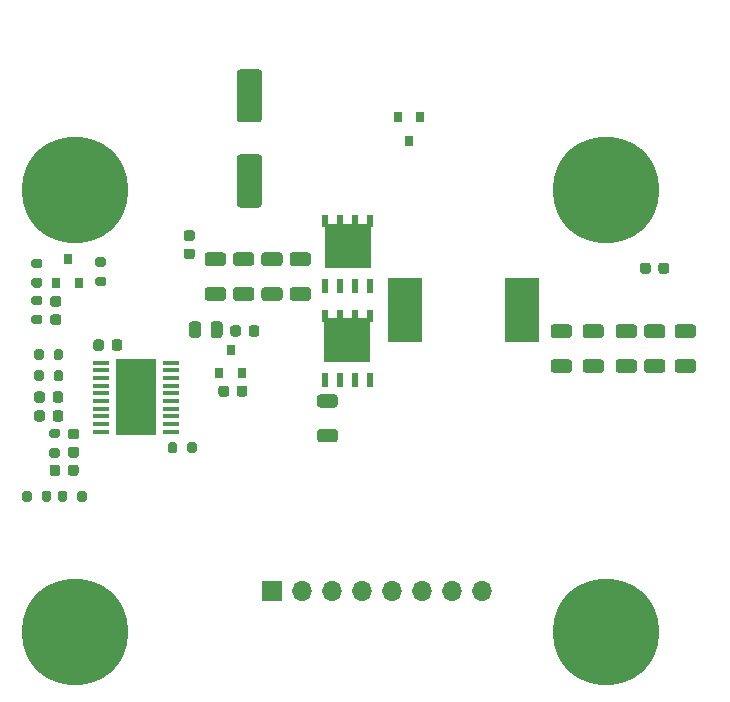
<source format=gbr>
%TF.GenerationSoftware,KiCad,Pcbnew,(5.1.8)-1*%
%TF.CreationDate,2022-03-13T17:16:43-07:00*%
%TF.ProjectId,lm5116_synchronous_buck,6c6d3531-3136-45f7-9379-6e6368726f6e,rev?*%
%TF.SameCoordinates,Original*%
%TF.FileFunction,Soldermask,Top*%
%TF.FilePolarity,Negative*%
%FSLAX46Y46*%
G04 Gerber Fmt 4.6, Leading zero omitted, Abs format (unit mm)*
G04 Created by KiCad (PCBNEW (5.1.8)-1) date 2022-03-13 17:16:43*
%MOMM*%
%LPD*%
G01*
G04 APERTURE LIST*
%ADD10C,0.900000*%
%ADD11C,9.000000*%
%ADD12R,0.800000X0.900000*%
%ADD13R,3.400000X6.500000*%
%ADD14R,1.450000X0.450000*%
%ADD15O,1.700000X1.700000*%
%ADD16R,1.700000X1.700000*%
%ADD17R,3.910000X3.810000*%
%ADD18R,0.610000X1.020000*%
%ADD19R,0.610000X1.270000*%
%ADD20R,2.900000X5.400000*%
G04 APERTURE END LIST*
D10*
%TO.C,H4*%
X123386485Y-119813515D03*
X121000000Y-118825000D03*
X118613515Y-119813515D03*
X117625000Y-122200000D03*
X118613515Y-124586485D03*
X121000000Y-125575000D03*
X123386485Y-124586485D03*
X124375000Y-122200000D03*
D11*
X121000000Y-122200000D03*
%TD*%
D10*
%TO.C,H3*%
X168386485Y-82413515D03*
X166000000Y-81425000D03*
X163613515Y-82413515D03*
X162625000Y-84800000D03*
X163613515Y-87186485D03*
X166000000Y-88175000D03*
X168386485Y-87186485D03*
X169375000Y-84800000D03*
D11*
X166000000Y-84800000D03*
%TD*%
D10*
%TO.C,H2*%
X168386485Y-119813515D03*
X166000000Y-118825000D03*
X163613515Y-119813515D03*
X162625000Y-122200000D03*
X163613515Y-124586485D03*
X166000000Y-125575000D03*
X168386485Y-124586485D03*
X169375000Y-122200000D03*
D11*
X166000000Y-122200000D03*
%TD*%
D10*
%TO.C,H1*%
X123386485Y-82413515D03*
X121000000Y-81425000D03*
X118613515Y-82413515D03*
X117625000Y-84800000D03*
X118613515Y-87186485D03*
X121000000Y-88175000D03*
X123386485Y-87186485D03*
X124375000Y-84800000D03*
D11*
X121000000Y-84800000D03*
%TD*%
%TO.C,C10*%
G36*
G01*
X132249999Y-90050000D02*
X133550001Y-90050000D01*
G75*
G02*
X133800000Y-90299999I0J-249999D01*
G01*
X133800000Y-90950001D01*
G75*
G02*
X133550001Y-91200000I-249999J0D01*
G01*
X132249999Y-91200000D01*
G75*
G02*
X132000000Y-90950001I0J249999D01*
G01*
X132000000Y-90299999D01*
G75*
G02*
X132249999Y-90050000I249999J0D01*
G01*
G37*
G36*
G01*
X132249999Y-93000000D02*
X133550001Y-93000000D01*
G75*
G02*
X133800000Y-93249999I0J-249999D01*
G01*
X133800000Y-93900001D01*
G75*
G02*
X133550001Y-94150000I-249999J0D01*
G01*
X132249999Y-94150000D01*
G75*
G02*
X132000000Y-93900001I0J249999D01*
G01*
X132000000Y-93249999D01*
G75*
G02*
X132249999Y-93000000I249999J0D01*
G01*
G37*
%TD*%
%TO.C,C9*%
G36*
G01*
X137049999Y-93000000D02*
X138350001Y-93000000D01*
G75*
G02*
X138600000Y-93249999I0J-249999D01*
G01*
X138600000Y-93900001D01*
G75*
G02*
X138350001Y-94150000I-249999J0D01*
G01*
X137049999Y-94150000D01*
G75*
G02*
X136800000Y-93900001I0J249999D01*
G01*
X136800000Y-93249999D01*
G75*
G02*
X137049999Y-93000000I249999J0D01*
G01*
G37*
G36*
G01*
X137049999Y-90050000D02*
X138350001Y-90050000D01*
G75*
G02*
X138600000Y-90299999I0J-249999D01*
G01*
X138600000Y-90950001D01*
G75*
G02*
X138350001Y-91200000I-249999J0D01*
G01*
X137049999Y-91200000D01*
G75*
G02*
X136800000Y-90950001I0J249999D01*
G01*
X136800000Y-90299999D01*
G75*
G02*
X137049999Y-90050000I249999J0D01*
G01*
G37*
%TD*%
%TO.C,C8*%
G36*
G01*
X139449999Y-93000000D02*
X140750001Y-93000000D01*
G75*
G02*
X141000000Y-93249999I0J-249999D01*
G01*
X141000000Y-93900001D01*
G75*
G02*
X140750001Y-94150000I-249999J0D01*
G01*
X139449999Y-94150000D01*
G75*
G02*
X139200000Y-93900001I0J249999D01*
G01*
X139200000Y-93249999D01*
G75*
G02*
X139449999Y-93000000I249999J0D01*
G01*
G37*
G36*
G01*
X139449999Y-90050000D02*
X140750001Y-90050000D01*
G75*
G02*
X141000000Y-90299999I0J-249999D01*
G01*
X141000000Y-90950001D01*
G75*
G02*
X140750001Y-91200000I-249999J0D01*
G01*
X139449999Y-91200000D01*
G75*
G02*
X139200000Y-90950001I0J249999D01*
G01*
X139200000Y-90299999D01*
G75*
G02*
X139449999Y-90050000I249999J0D01*
G01*
G37*
%TD*%
%TO.C,C7*%
G36*
G01*
X134649999Y-93000000D02*
X135950001Y-93000000D01*
G75*
G02*
X136200000Y-93249999I0J-249999D01*
G01*
X136200000Y-93900001D01*
G75*
G02*
X135950001Y-94150000I-249999J0D01*
G01*
X134649999Y-94150000D01*
G75*
G02*
X134400000Y-93900001I0J249999D01*
G01*
X134400000Y-93249999D01*
G75*
G02*
X134649999Y-93000000I249999J0D01*
G01*
G37*
G36*
G01*
X134649999Y-90050000D02*
X135950001Y-90050000D01*
G75*
G02*
X136200000Y-90299999I0J-249999D01*
G01*
X136200000Y-90950001D01*
G75*
G02*
X135950001Y-91200000I-249999J0D01*
G01*
X134649999Y-91200000D01*
G75*
G02*
X134400000Y-90950001I0J249999D01*
G01*
X134400000Y-90299999D01*
G75*
G02*
X134649999Y-90050000I249999J0D01*
G01*
G37*
%TD*%
%TO.C,C4*%
G36*
G01*
X136600001Y-79050000D02*
X134999999Y-79050000D01*
G75*
G02*
X134750000Y-78800001I0J249999D01*
G01*
X134750000Y-74799999D01*
G75*
G02*
X134999999Y-74550000I249999J0D01*
G01*
X136600001Y-74550000D01*
G75*
G02*
X136850000Y-74799999I0J-249999D01*
G01*
X136850000Y-78800001D01*
G75*
G02*
X136600001Y-79050000I-249999J0D01*
G01*
G37*
G36*
G01*
X136600001Y-86250000D02*
X134999999Y-86250000D01*
G75*
G02*
X134750000Y-86000001I0J249999D01*
G01*
X134750000Y-81999999D01*
G75*
G02*
X134999999Y-81750000I249999J0D01*
G01*
X136600001Y-81750000D01*
G75*
G02*
X136850000Y-81999999I0J-249999D01*
G01*
X136850000Y-86000001D01*
G75*
G02*
X136600001Y-86250000I-249999J0D01*
G01*
G37*
%TD*%
D12*
%TO.C,D3*%
X149300000Y-80600000D03*
X148350000Y-78600000D03*
X150250000Y-78600000D03*
%TD*%
%TO.C,C20*%
G36*
G01*
X170425000Y-91650000D02*
X170425000Y-91150000D01*
G75*
G02*
X170650000Y-90925000I225000J0D01*
G01*
X171100000Y-90925000D01*
G75*
G02*
X171325000Y-91150000I0J-225000D01*
G01*
X171325000Y-91650000D01*
G75*
G02*
X171100000Y-91875000I-225000J0D01*
G01*
X170650000Y-91875000D01*
G75*
G02*
X170425000Y-91650000I0J225000D01*
G01*
G37*
G36*
G01*
X168875000Y-91650000D02*
X168875000Y-91150000D01*
G75*
G02*
X169100000Y-90925000I225000J0D01*
G01*
X169550000Y-90925000D01*
G75*
G02*
X169775000Y-91150000I0J-225000D01*
G01*
X169775000Y-91650000D01*
G75*
G02*
X169550000Y-91875000I-225000J0D01*
G01*
X169100000Y-91875000D01*
G75*
G02*
X168875000Y-91650000I0J225000D01*
G01*
G37*
%TD*%
%TO.C,C12*%
G36*
G01*
X130950000Y-89075000D02*
X130450000Y-89075000D01*
G75*
G02*
X130225000Y-88850000I0J225000D01*
G01*
X130225000Y-88400000D01*
G75*
G02*
X130450000Y-88175000I225000J0D01*
G01*
X130950000Y-88175000D01*
G75*
G02*
X131175000Y-88400000I0J-225000D01*
G01*
X131175000Y-88850000D01*
G75*
G02*
X130950000Y-89075000I-225000J0D01*
G01*
G37*
G36*
G01*
X130950000Y-90625000D02*
X130450000Y-90625000D01*
G75*
G02*
X130225000Y-90400000I0J225000D01*
G01*
X130225000Y-89950000D01*
G75*
G02*
X130450000Y-89725000I225000J0D01*
G01*
X130950000Y-89725000D01*
G75*
G02*
X131175000Y-89950000I0J-225000D01*
G01*
X131175000Y-90400000D01*
G75*
G02*
X130950000Y-90625000I-225000J0D01*
G01*
G37*
%TD*%
%TO.C,C3*%
G36*
G01*
X121150000Y-105875000D02*
X120650000Y-105875000D01*
G75*
G02*
X120425000Y-105650000I0J225000D01*
G01*
X120425000Y-105200000D01*
G75*
G02*
X120650000Y-104975000I225000J0D01*
G01*
X121150000Y-104975000D01*
G75*
G02*
X121375000Y-105200000I0J-225000D01*
G01*
X121375000Y-105650000D01*
G75*
G02*
X121150000Y-105875000I-225000J0D01*
G01*
G37*
G36*
G01*
X121150000Y-107425000D02*
X120650000Y-107425000D01*
G75*
G02*
X120425000Y-107200000I0J225000D01*
G01*
X120425000Y-106750000D01*
G75*
G02*
X120650000Y-106525000I225000J0D01*
G01*
X121150000Y-106525000D01*
G75*
G02*
X121375000Y-106750000I0J-225000D01*
G01*
X121375000Y-107200000D01*
G75*
G02*
X121150000Y-107425000I-225000J0D01*
G01*
G37*
%TD*%
%TO.C,C11*%
G36*
G01*
X135725000Y-96950000D02*
X135725000Y-96450000D01*
G75*
G02*
X135950000Y-96225000I225000J0D01*
G01*
X136400000Y-96225000D01*
G75*
G02*
X136625000Y-96450000I0J-225000D01*
G01*
X136625000Y-96950000D01*
G75*
G02*
X136400000Y-97175000I-225000J0D01*
G01*
X135950000Y-97175000D01*
G75*
G02*
X135725000Y-96950000I0J225000D01*
G01*
G37*
G36*
G01*
X134175000Y-96950000D02*
X134175000Y-96450000D01*
G75*
G02*
X134400000Y-96225000I225000J0D01*
G01*
X134850000Y-96225000D01*
G75*
G02*
X135075000Y-96450000I0J-225000D01*
G01*
X135075000Y-96950000D01*
G75*
G02*
X134850000Y-97175000I-225000J0D01*
G01*
X134400000Y-97175000D01*
G75*
G02*
X134175000Y-96950000I0J225000D01*
G01*
G37*
%TD*%
%TO.C,C1*%
G36*
G01*
X119150000Y-95300000D02*
X119650000Y-95300000D01*
G75*
G02*
X119875000Y-95525000I0J-225000D01*
G01*
X119875000Y-95975000D01*
G75*
G02*
X119650000Y-96200000I-225000J0D01*
G01*
X119150000Y-96200000D01*
G75*
G02*
X118925000Y-95975000I0J225000D01*
G01*
X118925000Y-95525000D01*
G75*
G02*
X119150000Y-95300000I225000J0D01*
G01*
G37*
G36*
G01*
X119150000Y-93750000D02*
X119650000Y-93750000D01*
G75*
G02*
X119875000Y-93975000I0J-225000D01*
G01*
X119875000Y-94425000D01*
G75*
G02*
X119650000Y-94650000I-225000J0D01*
G01*
X119150000Y-94650000D01*
G75*
G02*
X118925000Y-94425000I0J225000D01*
G01*
X118925000Y-93975000D01*
G75*
G02*
X119150000Y-93750000I225000J0D01*
G01*
G37*
%TD*%
%TO.C,C6*%
G36*
G01*
X118475000Y-103650000D02*
X118475000Y-104150000D01*
G75*
G02*
X118250000Y-104375000I-225000J0D01*
G01*
X117800000Y-104375000D01*
G75*
G02*
X117575000Y-104150000I0J225000D01*
G01*
X117575000Y-103650000D01*
G75*
G02*
X117800000Y-103425000I225000J0D01*
G01*
X118250000Y-103425000D01*
G75*
G02*
X118475000Y-103650000I0J-225000D01*
G01*
G37*
G36*
G01*
X120025000Y-103650000D02*
X120025000Y-104150000D01*
G75*
G02*
X119800000Y-104375000I-225000J0D01*
G01*
X119350000Y-104375000D01*
G75*
G02*
X119125000Y-104150000I0J225000D01*
G01*
X119125000Y-103650000D01*
G75*
G02*
X119350000Y-103425000I225000J0D01*
G01*
X119800000Y-103425000D01*
G75*
G02*
X120025000Y-103650000I0J-225000D01*
G01*
G37*
%TD*%
%TO.C,R1*%
G36*
G01*
X117525000Y-92225000D02*
X118075000Y-92225000D01*
G75*
G02*
X118275000Y-92425000I0J-200000D01*
G01*
X118275000Y-92825000D01*
G75*
G02*
X118075000Y-93025000I-200000J0D01*
G01*
X117525000Y-93025000D01*
G75*
G02*
X117325000Y-92825000I0J200000D01*
G01*
X117325000Y-92425000D01*
G75*
G02*
X117525000Y-92225000I200000J0D01*
G01*
G37*
G36*
G01*
X117525000Y-90575000D02*
X118075000Y-90575000D01*
G75*
G02*
X118275000Y-90775000I0J-200000D01*
G01*
X118275000Y-91175000D01*
G75*
G02*
X118075000Y-91375000I-200000J0D01*
G01*
X117525000Y-91375000D01*
G75*
G02*
X117325000Y-91175000I0J200000D01*
G01*
X117325000Y-90775000D01*
G75*
G02*
X117525000Y-90575000I200000J0D01*
G01*
G37*
%TD*%
%TO.C,C5*%
G36*
G01*
X119775000Y-108250000D02*
X119775000Y-108750000D01*
G75*
G02*
X119550000Y-108975000I-225000J0D01*
G01*
X119100000Y-108975000D01*
G75*
G02*
X118875000Y-108750000I0J225000D01*
G01*
X118875000Y-108250000D01*
G75*
G02*
X119100000Y-108025000I225000J0D01*
G01*
X119550000Y-108025000D01*
G75*
G02*
X119775000Y-108250000I0J-225000D01*
G01*
G37*
G36*
G01*
X121325000Y-108250000D02*
X121325000Y-108750000D01*
G75*
G02*
X121100000Y-108975000I-225000J0D01*
G01*
X120650000Y-108975000D01*
G75*
G02*
X120425000Y-108750000I0J225000D01*
G01*
X120425000Y-108250000D01*
G75*
G02*
X120650000Y-108025000I225000J0D01*
G01*
X121100000Y-108025000D01*
G75*
G02*
X121325000Y-108250000I0J-225000D01*
G01*
G37*
%TD*%
%TO.C,R2*%
G36*
G01*
X117525000Y-95350000D02*
X118075000Y-95350000D01*
G75*
G02*
X118275000Y-95550000I0J-200000D01*
G01*
X118275000Y-95950000D01*
G75*
G02*
X118075000Y-96150000I-200000J0D01*
G01*
X117525000Y-96150000D01*
G75*
G02*
X117325000Y-95950000I0J200000D01*
G01*
X117325000Y-95550000D01*
G75*
G02*
X117525000Y-95350000I200000J0D01*
G01*
G37*
G36*
G01*
X117525000Y-93700000D02*
X118075000Y-93700000D01*
G75*
G02*
X118275000Y-93900000I0J-200000D01*
G01*
X118275000Y-94300000D01*
G75*
G02*
X118075000Y-94500000I-200000J0D01*
G01*
X117525000Y-94500000D01*
G75*
G02*
X117325000Y-94300000I0J200000D01*
G01*
X117325000Y-93900000D01*
G75*
G02*
X117525000Y-93700000I200000J0D01*
G01*
G37*
%TD*%
%TO.C,C19*%
G36*
G01*
X123475000Y-97650000D02*
X123475000Y-98150000D01*
G75*
G02*
X123250000Y-98375000I-225000J0D01*
G01*
X122800000Y-98375000D01*
G75*
G02*
X122575000Y-98150000I0J225000D01*
G01*
X122575000Y-97650000D01*
G75*
G02*
X122800000Y-97425000I225000J0D01*
G01*
X123250000Y-97425000D01*
G75*
G02*
X123475000Y-97650000I0J-225000D01*
G01*
G37*
G36*
G01*
X125025000Y-97650000D02*
X125025000Y-98150000D01*
G75*
G02*
X124800000Y-98375000I-225000J0D01*
G01*
X124350000Y-98375000D01*
G75*
G02*
X124125000Y-98150000I0J225000D01*
G01*
X124125000Y-97650000D01*
G75*
G02*
X124350000Y-97425000I225000J0D01*
G01*
X124800000Y-97425000D01*
G75*
G02*
X125025000Y-97650000I0J-225000D01*
G01*
G37*
%TD*%
%TO.C,C13*%
G36*
G01*
X134725000Y-102050000D02*
X134725000Y-101550000D01*
G75*
G02*
X134950000Y-101325000I225000J0D01*
G01*
X135400000Y-101325000D01*
G75*
G02*
X135625000Y-101550000I0J-225000D01*
G01*
X135625000Y-102050000D01*
G75*
G02*
X135400000Y-102275000I-225000J0D01*
G01*
X134950000Y-102275000D01*
G75*
G02*
X134725000Y-102050000I0J225000D01*
G01*
G37*
G36*
G01*
X133175000Y-102050000D02*
X133175000Y-101550000D01*
G75*
G02*
X133400000Y-101325000I225000J0D01*
G01*
X133850000Y-101325000D01*
G75*
G02*
X134075000Y-101550000I0J-225000D01*
G01*
X134075000Y-102050000D01*
G75*
G02*
X133850000Y-102275000I-225000J0D01*
G01*
X133400000Y-102275000D01*
G75*
G02*
X133175000Y-102050000I0J225000D01*
G01*
G37*
%TD*%
%TO.C,R3*%
G36*
G01*
X119575000Y-105775000D02*
X119025000Y-105775000D01*
G75*
G02*
X118825000Y-105575000I0J200000D01*
G01*
X118825000Y-105175000D01*
G75*
G02*
X119025000Y-104975000I200000J0D01*
G01*
X119575000Y-104975000D01*
G75*
G02*
X119775000Y-105175000I0J-200000D01*
G01*
X119775000Y-105575000D01*
G75*
G02*
X119575000Y-105775000I-200000J0D01*
G01*
G37*
G36*
G01*
X119575000Y-107425000D02*
X119025000Y-107425000D01*
G75*
G02*
X118825000Y-107225000I0J200000D01*
G01*
X118825000Y-106825000D01*
G75*
G02*
X119025000Y-106625000I200000J0D01*
G01*
X119575000Y-106625000D01*
G75*
G02*
X119775000Y-106825000I0J-200000D01*
G01*
X119775000Y-107225000D01*
G75*
G02*
X119575000Y-107425000I-200000J0D01*
G01*
G37*
%TD*%
%TO.C,C2*%
G36*
G01*
X119125000Y-102550000D02*
X119125000Y-102050000D01*
G75*
G02*
X119350000Y-101825000I225000J0D01*
G01*
X119800000Y-101825000D01*
G75*
G02*
X120025000Y-102050000I0J-225000D01*
G01*
X120025000Y-102550000D01*
G75*
G02*
X119800000Y-102775000I-225000J0D01*
G01*
X119350000Y-102775000D01*
G75*
G02*
X119125000Y-102550000I0J225000D01*
G01*
G37*
G36*
G01*
X117575000Y-102550000D02*
X117575000Y-102050000D01*
G75*
G02*
X117800000Y-101825000I225000J0D01*
G01*
X118250000Y-101825000D01*
G75*
G02*
X118475000Y-102050000I0J-225000D01*
G01*
X118475000Y-102550000D01*
G75*
G02*
X118250000Y-102775000I-225000J0D01*
G01*
X117800000Y-102775000D01*
G75*
G02*
X117575000Y-102550000I0J225000D01*
G01*
G37*
%TD*%
%TO.C,R7*%
G36*
G01*
X130525000Y-106875000D02*
X130525000Y-106325000D01*
G75*
G02*
X130725000Y-106125000I200000J0D01*
G01*
X131125000Y-106125000D01*
G75*
G02*
X131325000Y-106325000I0J-200000D01*
G01*
X131325000Y-106875000D01*
G75*
G02*
X131125000Y-107075000I-200000J0D01*
G01*
X130725000Y-107075000D01*
G75*
G02*
X130525000Y-106875000I0J200000D01*
G01*
G37*
G36*
G01*
X128875000Y-106875000D02*
X128875000Y-106325000D01*
G75*
G02*
X129075000Y-106125000I200000J0D01*
G01*
X129475000Y-106125000D01*
G75*
G02*
X129675000Y-106325000I0J-200000D01*
G01*
X129675000Y-106875000D01*
G75*
G02*
X129475000Y-107075000I-200000J0D01*
G01*
X129075000Y-107075000D01*
G75*
G02*
X128875000Y-106875000I0J200000D01*
G01*
G37*
%TD*%
%TO.C,R6*%
G36*
G01*
X123475000Y-91275000D02*
X122925000Y-91275000D01*
G75*
G02*
X122725000Y-91075000I0J200000D01*
G01*
X122725000Y-90675000D01*
G75*
G02*
X122925000Y-90475000I200000J0D01*
G01*
X123475000Y-90475000D01*
G75*
G02*
X123675000Y-90675000I0J-200000D01*
G01*
X123675000Y-91075000D01*
G75*
G02*
X123475000Y-91275000I-200000J0D01*
G01*
G37*
G36*
G01*
X123475000Y-92925000D02*
X122925000Y-92925000D01*
G75*
G02*
X122725000Y-92725000I0J200000D01*
G01*
X122725000Y-92325000D01*
G75*
G02*
X122925000Y-92125000I200000J0D01*
G01*
X123475000Y-92125000D01*
G75*
G02*
X123675000Y-92325000I0J-200000D01*
G01*
X123675000Y-92725000D01*
G75*
G02*
X123475000Y-92925000I-200000J0D01*
G01*
G37*
%TD*%
%TO.C,R5*%
G36*
G01*
X118375000Y-98425000D02*
X118375000Y-98975000D01*
G75*
G02*
X118175000Y-99175000I-200000J0D01*
G01*
X117775000Y-99175000D01*
G75*
G02*
X117575000Y-98975000I0J200000D01*
G01*
X117575000Y-98425000D01*
G75*
G02*
X117775000Y-98225000I200000J0D01*
G01*
X118175000Y-98225000D01*
G75*
G02*
X118375000Y-98425000I0J-200000D01*
G01*
G37*
G36*
G01*
X120025000Y-98425000D02*
X120025000Y-98975000D01*
G75*
G02*
X119825000Y-99175000I-200000J0D01*
G01*
X119425000Y-99175000D01*
G75*
G02*
X119225000Y-98975000I0J200000D01*
G01*
X119225000Y-98425000D01*
G75*
G02*
X119425000Y-98225000I200000J0D01*
G01*
X119825000Y-98225000D01*
G75*
G02*
X120025000Y-98425000I0J-200000D01*
G01*
G37*
%TD*%
D13*
%TO.C,U1*%
X126200000Y-102300000D03*
D14*
X129150000Y-99380000D03*
X129150000Y-100030000D03*
X129150000Y-100680000D03*
X129150000Y-101330000D03*
X129150000Y-101970000D03*
X129150000Y-102630000D03*
X129150000Y-103270000D03*
X129150000Y-103920000D03*
X129150000Y-104570000D03*
X129150000Y-105220000D03*
X123250000Y-105220000D03*
X123250000Y-104570000D03*
X123250000Y-103920000D03*
X123250000Y-103270000D03*
X123250000Y-102630000D03*
X123250000Y-101970000D03*
X123250000Y-101330000D03*
X123250000Y-100680000D03*
X123250000Y-100030000D03*
X123250000Y-99380000D03*
%TD*%
%TO.C,R4*%
G36*
G01*
X119225000Y-100775000D02*
X119225000Y-100225000D01*
G75*
G02*
X119425000Y-100025000I200000J0D01*
G01*
X119825000Y-100025000D01*
G75*
G02*
X120025000Y-100225000I0J-200000D01*
G01*
X120025000Y-100775000D01*
G75*
G02*
X119825000Y-100975000I-200000J0D01*
G01*
X119425000Y-100975000D01*
G75*
G02*
X119225000Y-100775000I0J200000D01*
G01*
G37*
G36*
G01*
X117575000Y-100775000D02*
X117575000Y-100225000D01*
G75*
G02*
X117775000Y-100025000I200000J0D01*
G01*
X118175000Y-100025000D01*
G75*
G02*
X118375000Y-100225000I0J-200000D01*
G01*
X118375000Y-100775000D01*
G75*
G02*
X118175000Y-100975000I-200000J0D01*
G01*
X117775000Y-100975000D01*
G75*
G02*
X117575000Y-100775000I0J200000D01*
G01*
G37*
%TD*%
D12*
%TO.C,D1*%
X120400000Y-90600000D03*
X121350000Y-92600000D03*
X119450000Y-92600000D03*
%TD*%
%TO.C,R8*%
G36*
G01*
X131700000Y-96149998D02*
X131700000Y-97050002D01*
G75*
G02*
X131450002Y-97300000I-249998J0D01*
G01*
X130924998Y-97300000D01*
G75*
G02*
X130675000Y-97050002I0J249998D01*
G01*
X130675000Y-96149998D01*
G75*
G02*
X130924998Y-95900000I249998J0D01*
G01*
X131450002Y-95900000D01*
G75*
G02*
X131700000Y-96149998I0J-249998D01*
G01*
G37*
G36*
G01*
X133525000Y-96149998D02*
X133525000Y-97050002D01*
G75*
G02*
X133275002Y-97300000I-249998J0D01*
G01*
X132749998Y-97300000D01*
G75*
G02*
X132500000Y-97050002I0J249998D01*
G01*
X132500000Y-96149998D01*
G75*
G02*
X132749998Y-95900000I249998J0D01*
G01*
X133275002Y-95900000D01*
G75*
G02*
X133525000Y-96149998I0J-249998D01*
G01*
G37*
%TD*%
%TO.C,D2*%
X134200000Y-98300000D03*
X135150000Y-100300000D03*
X133250000Y-100300000D03*
%TD*%
%TO.C,R11*%
G36*
G01*
X117350000Y-110425000D02*
X117350000Y-110975000D01*
G75*
G02*
X117150000Y-111175000I-200000J0D01*
G01*
X116750000Y-111175000D01*
G75*
G02*
X116550000Y-110975000I0J200000D01*
G01*
X116550000Y-110425000D01*
G75*
G02*
X116750000Y-110225000I200000J0D01*
G01*
X117150000Y-110225000D01*
G75*
G02*
X117350000Y-110425000I0J-200000D01*
G01*
G37*
G36*
G01*
X119000000Y-110425000D02*
X119000000Y-110975000D01*
G75*
G02*
X118800000Y-111175000I-200000J0D01*
G01*
X118400000Y-111175000D01*
G75*
G02*
X118200000Y-110975000I0J200000D01*
G01*
X118200000Y-110425000D01*
G75*
G02*
X118400000Y-110225000I200000J0D01*
G01*
X118800000Y-110225000D01*
G75*
G02*
X119000000Y-110425000I0J-200000D01*
G01*
G37*
%TD*%
%TO.C,R10*%
G36*
G01*
X120362500Y-110425000D02*
X120362500Y-110975000D01*
G75*
G02*
X120162500Y-111175000I-200000J0D01*
G01*
X119762500Y-111175000D01*
G75*
G02*
X119562500Y-110975000I0J200000D01*
G01*
X119562500Y-110425000D01*
G75*
G02*
X119762500Y-110225000I200000J0D01*
G01*
X120162500Y-110225000D01*
G75*
G02*
X120362500Y-110425000I0J-200000D01*
G01*
G37*
G36*
G01*
X122012500Y-110425000D02*
X122012500Y-110975000D01*
G75*
G02*
X121812500Y-111175000I-200000J0D01*
G01*
X121412500Y-111175000D01*
G75*
G02*
X121212500Y-110975000I0J200000D01*
G01*
X121212500Y-110425000D01*
G75*
G02*
X121412500Y-110225000I200000J0D01*
G01*
X121812500Y-110225000D01*
G75*
G02*
X122012500Y-110425000I0J-200000D01*
G01*
G37*
%TD*%
D15*
%TO.C,J2*%
X155480000Y-118700000D03*
X152940000Y-118700000D03*
X150400000Y-118700000D03*
X147860000Y-118700000D03*
X145320000Y-118700000D03*
X142780000Y-118700000D03*
X140240000Y-118700000D03*
D16*
X137700000Y-118700000D03*
%TD*%
D17*
%TO.C,U3*%
X144065000Y-97505000D03*
D18*
X142160000Y-95400000D03*
X143430000Y-95400000D03*
X144700000Y-95400000D03*
X145970000Y-95400000D03*
D19*
X145970000Y-100865000D03*
X144700000Y-100865000D03*
X143430000Y-100865000D03*
X142160000Y-100865000D03*
%TD*%
D17*
%TO.C,U2*%
X144100000Y-89500000D03*
D18*
X142195000Y-87395000D03*
X143465000Y-87395000D03*
X144735000Y-87395000D03*
X146005000Y-87395000D03*
D19*
X146005000Y-92860000D03*
X144735000Y-92860000D03*
X143465000Y-92860000D03*
X142195000Y-92860000D03*
%TD*%
%TO.C,R9*%
G36*
G01*
X143025003Y-103200000D02*
X141774997Y-103200000D01*
G75*
G02*
X141525000Y-102950003I0J249997D01*
G01*
X141525000Y-102324997D01*
G75*
G02*
X141774997Y-102075000I249997J0D01*
G01*
X143025003Y-102075000D01*
G75*
G02*
X143275000Y-102324997I0J-249997D01*
G01*
X143275000Y-102950003D01*
G75*
G02*
X143025003Y-103200000I-249997J0D01*
G01*
G37*
G36*
G01*
X143025003Y-106125000D02*
X141774997Y-106125000D01*
G75*
G02*
X141525000Y-105875003I0J249997D01*
G01*
X141525000Y-105249997D01*
G75*
G02*
X141774997Y-105000000I249997J0D01*
G01*
X143025003Y-105000000D01*
G75*
G02*
X143275000Y-105249997I0J-249997D01*
G01*
X143275000Y-105875003D01*
G75*
G02*
X143025003Y-106125000I-249997J0D01*
G01*
G37*
%TD*%
D20*
%TO.C,L1*%
X158850000Y-94900000D03*
X148950000Y-94900000D03*
%TD*%
%TO.C,C18*%
G36*
G01*
X169449999Y-99100000D02*
X170750001Y-99100000D01*
G75*
G02*
X171000000Y-99349999I0J-249999D01*
G01*
X171000000Y-100000001D01*
G75*
G02*
X170750001Y-100250000I-249999J0D01*
G01*
X169449999Y-100250000D01*
G75*
G02*
X169200000Y-100000001I0J249999D01*
G01*
X169200000Y-99349999D01*
G75*
G02*
X169449999Y-99100000I249999J0D01*
G01*
G37*
G36*
G01*
X169449999Y-96150000D02*
X170750001Y-96150000D01*
G75*
G02*
X171000000Y-96399999I0J-249999D01*
G01*
X171000000Y-97050001D01*
G75*
G02*
X170750001Y-97300000I-249999J0D01*
G01*
X169449999Y-97300000D01*
G75*
G02*
X169200000Y-97050001I0J249999D01*
G01*
X169200000Y-96399999D01*
G75*
G02*
X169449999Y-96150000I249999J0D01*
G01*
G37*
%TD*%
%TO.C,C17*%
G36*
G01*
X167049999Y-99100000D02*
X168350001Y-99100000D01*
G75*
G02*
X168600000Y-99349999I0J-249999D01*
G01*
X168600000Y-100000001D01*
G75*
G02*
X168350001Y-100250000I-249999J0D01*
G01*
X167049999Y-100250000D01*
G75*
G02*
X166800000Y-100000001I0J249999D01*
G01*
X166800000Y-99349999D01*
G75*
G02*
X167049999Y-99100000I249999J0D01*
G01*
G37*
G36*
G01*
X167049999Y-96150000D02*
X168350001Y-96150000D01*
G75*
G02*
X168600000Y-96399999I0J-249999D01*
G01*
X168600000Y-97050001D01*
G75*
G02*
X168350001Y-97300000I-249999J0D01*
G01*
X167049999Y-97300000D01*
G75*
G02*
X166800000Y-97050001I0J249999D01*
G01*
X166800000Y-96399999D01*
G75*
G02*
X167049999Y-96150000I249999J0D01*
G01*
G37*
%TD*%
%TO.C,C16*%
G36*
G01*
X161549999Y-99100000D02*
X162850001Y-99100000D01*
G75*
G02*
X163100000Y-99349999I0J-249999D01*
G01*
X163100000Y-100000001D01*
G75*
G02*
X162850001Y-100250000I-249999J0D01*
G01*
X161549999Y-100250000D01*
G75*
G02*
X161300000Y-100000001I0J249999D01*
G01*
X161300000Y-99349999D01*
G75*
G02*
X161549999Y-99100000I249999J0D01*
G01*
G37*
G36*
G01*
X161549999Y-96150000D02*
X162850001Y-96150000D01*
G75*
G02*
X163100000Y-96399999I0J-249999D01*
G01*
X163100000Y-97050001D01*
G75*
G02*
X162850001Y-97300000I-249999J0D01*
G01*
X161549999Y-97300000D01*
G75*
G02*
X161300000Y-97050001I0J249999D01*
G01*
X161300000Y-96399999D01*
G75*
G02*
X161549999Y-96150000I249999J0D01*
G01*
G37*
%TD*%
%TO.C,C15*%
G36*
G01*
X172049999Y-99100000D02*
X173350001Y-99100000D01*
G75*
G02*
X173600000Y-99349999I0J-249999D01*
G01*
X173600000Y-100000001D01*
G75*
G02*
X173350001Y-100250000I-249999J0D01*
G01*
X172049999Y-100250000D01*
G75*
G02*
X171800000Y-100000001I0J249999D01*
G01*
X171800000Y-99349999D01*
G75*
G02*
X172049999Y-99100000I249999J0D01*
G01*
G37*
G36*
G01*
X172049999Y-96150000D02*
X173350001Y-96150000D01*
G75*
G02*
X173600000Y-96399999I0J-249999D01*
G01*
X173600000Y-97050001D01*
G75*
G02*
X173350001Y-97300000I-249999J0D01*
G01*
X172049999Y-97300000D01*
G75*
G02*
X171800000Y-97050001I0J249999D01*
G01*
X171800000Y-96399999D01*
G75*
G02*
X172049999Y-96150000I249999J0D01*
G01*
G37*
%TD*%
%TO.C,C14*%
G36*
G01*
X164249999Y-99100000D02*
X165550001Y-99100000D01*
G75*
G02*
X165800000Y-99349999I0J-249999D01*
G01*
X165800000Y-100000001D01*
G75*
G02*
X165550001Y-100250000I-249999J0D01*
G01*
X164249999Y-100250000D01*
G75*
G02*
X164000000Y-100000001I0J249999D01*
G01*
X164000000Y-99349999D01*
G75*
G02*
X164249999Y-99100000I249999J0D01*
G01*
G37*
G36*
G01*
X164249999Y-96150000D02*
X165550001Y-96150000D01*
G75*
G02*
X165800000Y-96399999I0J-249999D01*
G01*
X165800000Y-97050001D01*
G75*
G02*
X165550001Y-97300000I-249999J0D01*
G01*
X164249999Y-97300000D01*
G75*
G02*
X164000000Y-97050001I0J249999D01*
G01*
X164000000Y-96399999D01*
G75*
G02*
X164249999Y-96150000I249999J0D01*
G01*
G37*
%TD*%
M02*

</source>
